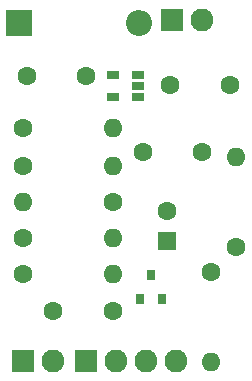
<source format=gts>
%TF.GenerationSoftware,KiCad,Pcbnew,(5.99.0-6613-ge739d5ba65)*%
%TF.CreationDate,2020-10-27T11:12:13+02:00*%
%TF.ProjectId,campanero-lima,63616d70-616e-4657-926f-2d6c696d612e,rev?*%
%TF.SameCoordinates,Original*%
%TF.FileFunction,Soldermask,Top*%
%TF.FilePolarity,Negative*%
%FSLAX46Y46*%
G04 Gerber Fmt 4.6, Leading zero omitted, Abs format (unit mm)*
G04 Created by KiCad (PCBNEW (5.99.0-6613-ge739d5ba65)) date 2020-10-27 11:12:13*
%MOMM*%
%LPD*%
G01*
G04 APERTURE LIST*
%ADD10C,1.600000*%
%ADD11O,1.600000X1.600000*%
%ADD12R,1.600000X1.600000*%
%ADD13R,2.200000X2.200000*%
%ADD14O,2.200000X2.200000*%
%ADD15R,1.930400X1.930400*%
%ADD16O,1.930400X1.930400*%
%ADD17R,1.060000X0.650000*%
%ADD18R,0.800000X0.900000*%
G04 APERTURE END LIST*
D10*
%TO.C,C2*%
X125603000Y-97028000D03*
X120603000Y-97028000D03*
%TD*%
%TO.C,R7*%
X128524000Y-105029000D03*
D11*
X128524000Y-97409000D03*
%TD*%
D12*
%TO.C,C5*%
X122682000Y-104521000D03*
D10*
X122682000Y-102021000D03*
%TD*%
%TO.C,R4*%
X126365000Y-107188000D03*
D11*
X126365000Y-114808000D03*
%TD*%
D13*
%TO.C,D1*%
X110109000Y-86106000D03*
D14*
X120269000Y-86106000D03*
%TD*%
D10*
%TO.C,R2*%
X118110000Y-101219000D03*
D11*
X110490000Y-101219000D03*
%TD*%
D10*
%TO.C,C3*%
X115824000Y-90551000D03*
X110824000Y-90551000D03*
%TD*%
D15*
%TO.C,J3*%
X115824000Y-114681000D03*
D16*
X118364000Y-114681000D03*
X120904000Y-114681000D03*
X123444000Y-114681000D03*
%TD*%
D10*
%TO.C,C1*%
X113030000Y-110490000D03*
X118030000Y-110490000D03*
%TD*%
%TO.C,R6*%
X110490000Y-98171000D03*
D11*
X118110000Y-98171000D03*
%TD*%
D15*
%TO.C,J1*%
X123063000Y-85852000D03*
D16*
X125603000Y-85852000D03*
%TD*%
D17*
%TO.C,U5*%
X120226000Y-92390000D03*
X120226000Y-91440000D03*
X120226000Y-90490000D03*
X118026000Y-90490000D03*
X118026000Y-92390000D03*
%TD*%
D15*
%TO.C,J2*%
X110490000Y-114681000D03*
D16*
X113030000Y-114681000D03*
%TD*%
D10*
%TO.C,R5*%
X110490000Y-94996000D03*
D11*
X118110000Y-94996000D03*
%TD*%
D10*
%TO.C,R1*%
X110490000Y-107315000D03*
D11*
X118110000Y-107315000D03*
%TD*%
D10*
%TO.C,C4*%
X122936000Y-91313000D03*
X127936000Y-91313000D03*
%TD*%
D18*
%TO.C,Q1*%
X120335000Y-109458000D03*
X122235000Y-109458000D03*
X121285000Y-107458000D03*
%TD*%
D10*
%TO.C,R3*%
X110490000Y-104267000D03*
D11*
X118110000Y-104267000D03*
%TD*%
M02*

</source>
